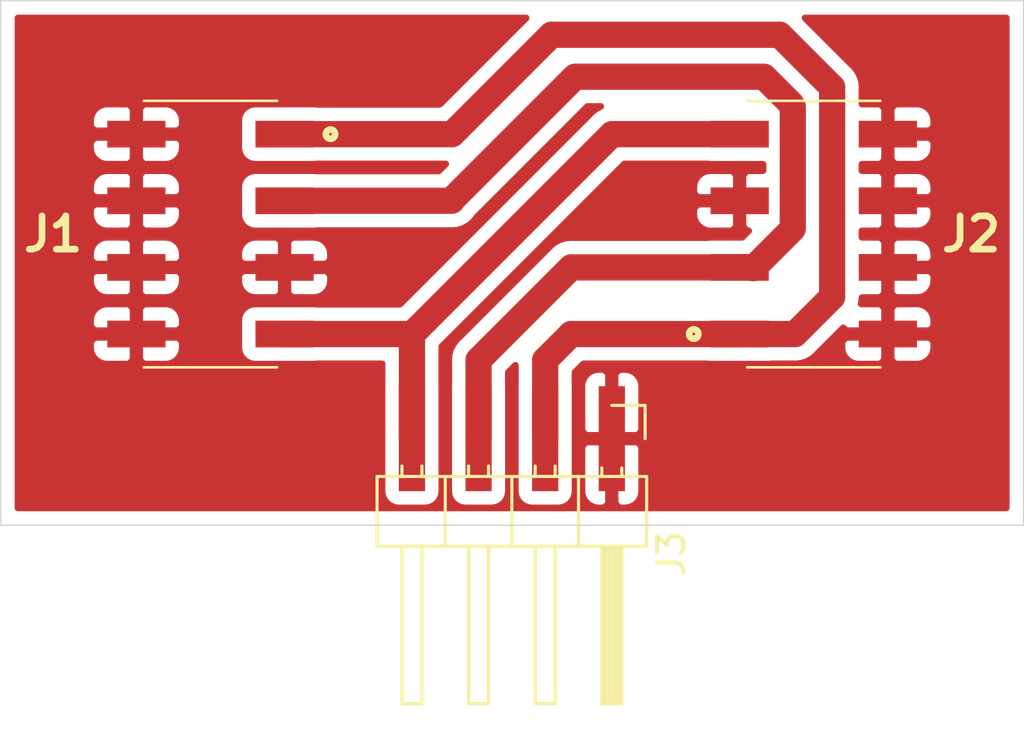
<source format=kicad_pcb>
(kicad_pcb (version 20171130) (host pcbnew "(5.1.6)-1")

  (general
    (thickness 1.6)
    (drawings 8)
    (tracks 25)
    (zones 0)
    (modules 3)
    (nets 5)
  )

  (page A4)
  (layers
    (0 F.Cu signal)
    (31 B.Cu signal)
    (32 B.Adhes user)
    (33 F.Adhes user)
    (34 B.Paste user)
    (35 F.Paste user)
    (36 B.SilkS user)
    (37 F.SilkS user)
    (38 B.Mask user)
    (39 F.Mask user)
    (40 Dwgs.User user)
    (41 Cmts.User user)
    (42 Eco1.User user)
    (43 Eco2.User user hide)
    (44 Edge.Cuts user)
    (45 Margin user)
    (46 B.CrtYd user)
    (47 F.CrtYd user)
    (48 B.Fab user)
    (49 F.Fab user)
  )

  (setup
    (last_trace_width 1)
    (user_trace_width 1)
    (trace_clearance 0.2)
    (zone_clearance 0.508)
    (zone_45_only no)
    (trace_min 0.2)
    (via_size 0.8)
    (via_drill 0.4)
    (via_min_size 0.4)
    (via_min_drill 0.3)
    (uvia_size 0.3)
    (uvia_drill 0.1)
    (uvias_allowed no)
    (uvia_min_size 0.2)
    (uvia_min_drill 0.1)
    (edge_width 0.05)
    (segment_width 0.2)
    (pcb_text_width 0.3)
    (pcb_text_size 1.5 1.5)
    (mod_edge_width 0.12)
    (mod_text_size 1 1)
    (mod_text_width 0.15)
    (pad_size 4 1)
    (pad_drill 0)
    (pad_to_mask_clearance 0.05)
    (aux_axis_origin 0 0)
    (visible_elements 7FFFFFFF)
    (pcbplotparams
      (layerselection 0x00000_7fffffff)
      (usegerberextensions false)
      (usegerberattributes true)
      (usegerberadvancedattributes true)
      (creategerberjobfile true)
      (excludeedgelayer false)
      (linewidth 0.100000)
      (plotframeref false)
      (viasonmask false)
      (mode 1)
      (useauxorigin false)
      (hpglpennumber 1)
      (hpglpenspeed 20)
      (hpglpendiameter 15.000000)
      (psnegative true)
      (psa4output false)
      (plotreference false)
      (plotvalue false)
      (plotinvisibletext false)
      (padsonsilk true)
      (subtractmaskfromsilk false)
      (outputformat 4)
      (mirror false)
      (drillshape 0)
      (scaleselection 1)
      (outputdirectory ""))
  )

  (net 0 "")
  (net 1 GND)
  (net 2 +3V3)
  (net 3 SDA)
  (net 4 SCL)

  (net_class Default "This is the default net class."
    (clearance 0.2)
    (trace_width 0.25)
    (via_dia 0.8)
    (via_drill 0.4)
    (uvia_dia 0.3)
    (uvia_drill 0.1)
    (add_net +3V3)
    (add_net GND)
    (add_net SCL)
    (add_net SDA)
  )

  (module Connector_PinHeader_2.54mm:PinHeader_1x04_P2.54mm_Horizontal (layer F.Cu) (tedit 5F457E4E) (tstamp 5F527B37)
    (at 124.3 106.7 270)
    (descr "Through hole angled pin header, 1x04, 2.54mm pitch, 6mm pin length, single row")
    (tags "Through hole angled pin header THT 1x04 2.54mm single row")
    (path /5F3FB2B7)
    (fp_text reference J3 (at 4.385 -2.27 90) (layer F.SilkS)
      (effects (font (size 1 1) (thickness 0.15)))
    )
    (fp_text value Conn_01x04_Male (at 4.385 9.89 90) (layer F.Fab)
      (effects (font (size 1 1) (thickness 0.15)))
    )
    (fp_line (start 2.135 -1.27) (end 4.04 -1.27) (layer F.Fab) (width 0.1))
    (fp_line (start 4.04 -1.27) (end 4.04 8.89) (layer F.Fab) (width 0.1))
    (fp_line (start 4.04 8.89) (end 1.5 8.89) (layer F.Fab) (width 0.1))
    (fp_line (start 1.5 8.89) (end 1.5 -0.635) (layer F.Fab) (width 0.1))
    (fp_line (start 1.5 -0.635) (end 2.135 -1.27) (layer F.Fab) (width 0.1))
    (fp_line (start -0.32 -0.32) (end 1.5 -0.32) (layer F.Fab) (width 0.1))
    (fp_line (start -0.32 -0.32) (end -0.32 0.32) (layer F.Fab) (width 0.1))
    (fp_line (start -0.32 0.32) (end 1.5 0.32) (layer F.Fab) (width 0.1))
    (fp_line (start 4.04 -0.32) (end 10.04 -0.32) (layer F.Fab) (width 0.1))
    (fp_line (start 10.04 -0.32) (end 10.04 0.32) (layer F.Fab) (width 0.1))
    (fp_line (start 4.04 0.32) (end 10.04 0.32) (layer F.Fab) (width 0.1))
    (fp_line (start -0.32 2.22) (end 1.5 2.22) (layer F.Fab) (width 0.1))
    (fp_line (start -0.32 2.22) (end -0.32 2.86) (layer F.Fab) (width 0.1))
    (fp_line (start -0.32 2.86) (end 1.5 2.86) (layer F.Fab) (width 0.1))
    (fp_line (start 4.04 2.22) (end 10.04 2.22) (layer F.Fab) (width 0.1))
    (fp_line (start 10.04 2.22) (end 10.04 2.86) (layer F.Fab) (width 0.1))
    (fp_line (start 4.04 2.86) (end 10.04 2.86) (layer F.Fab) (width 0.1))
    (fp_line (start -0.32 4.76) (end 1.5 4.76) (layer F.Fab) (width 0.1))
    (fp_line (start -0.32 4.76) (end -0.32 5.4) (layer F.Fab) (width 0.1))
    (fp_line (start -0.32 5.4) (end 1.5 5.4) (layer F.Fab) (width 0.1))
    (fp_line (start 4.04 4.76) (end 10.04 4.76) (layer F.Fab) (width 0.1))
    (fp_line (start 10.04 4.76) (end 10.04 5.4) (layer F.Fab) (width 0.1))
    (fp_line (start 4.04 5.4) (end 10.04 5.4) (layer F.Fab) (width 0.1))
    (fp_line (start -0.32 7.3) (end 1.5 7.3) (layer F.Fab) (width 0.1))
    (fp_line (start -0.32 7.3) (end -0.32 7.94) (layer F.Fab) (width 0.1))
    (fp_line (start -0.32 7.94) (end 1.5 7.94) (layer F.Fab) (width 0.1))
    (fp_line (start 4.04 7.3) (end 10.04 7.3) (layer F.Fab) (width 0.1))
    (fp_line (start 10.04 7.3) (end 10.04 7.94) (layer F.Fab) (width 0.1))
    (fp_line (start 4.04 7.94) (end 10.04 7.94) (layer F.Fab) (width 0.1))
    (fp_line (start 1.44 -1.33) (end 1.44 8.95) (layer F.SilkS) (width 0.12))
    (fp_line (start 1.44 8.95) (end 4.1 8.95) (layer F.SilkS) (width 0.12))
    (fp_line (start 4.1 8.95) (end 4.1 -1.33) (layer F.SilkS) (width 0.12))
    (fp_line (start 4.1 -1.33) (end 1.44 -1.33) (layer F.SilkS) (width 0.12))
    (fp_line (start 4.1 -0.38) (end 10.1 -0.38) (layer F.SilkS) (width 0.12))
    (fp_line (start 10.1 -0.38) (end 10.1 0.38) (layer F.SilkS) (width 0.12))
    (fp_line (start 10.1 0.38) (end 4.1 0.38) (layer F.SilkS) (width 0.12))
    (fp_line (start 4.1 -0.32) (end 10.1 -0.32) (layer F.SilkS) (width 0.12))
    (fp_line (start 4.1 -0.2) (end 10.1 -0.2) (layer F.SilkS) (width 0.12))
    (fp_line (start 4.1 -0.08) (end 10.1 -0.08) (layer F.SilkS) (width 0.12))
    (fp_line (start 4.1 0.04) (end 10.1 0.04) (layer F.SilkS) (width 0.12))
    (fp_line (start 4.1 0.16) (end 10.1 0.16) (layer F.SilkS) (width 0.12))
    (fp_line (start 4.1 0.28) (end 10.1 0.28) (layer F.SilkS) (width 0.12))
    (fp_line (start 1.11 -0.38) (end 1.44 -0.38) (layer F.SilkS) (width 0.12))
    (fp_line (start 1.11 0.38) (end 1.44 0.38) (layer F.SilkS) (width 0.12))
    (fp_line (start 1.44 1.27) (end 4.1 1.27) (layer F.SilkS) (width 0.12))
    (fp_line (start 4.1 2.16) (end 10.1 2.16) (layer F.SilkS) (width 0.12))
    (fp_line (start 10.1 2.16) (end 10.1 2.92) (layer F.SilkS) (width 0.12))
    (fp_line (start 10.1 2.92) (end 4.1 2.92) (layer F.SilkS) (width 0.12))
    (fp_line (start 1.042929 2.16) (end 1.44 2.16) (layer F.SilkS) (width 0.12))
    (fp_line (start 1.042929 2.92) (end 1.44 2.92) (layer F.SilkS) (width 0.12))
    (fp_line (start 1.44 3.81) (end 4.1 3.81) (layer F.SilkS) (width 0.12))
    (fp_line (start 4.1 4.7) (end 10.1 4.7) (layer F.SilkS) (width 0.12))
    (fp_line (start 10.1 4.7) (end 10.1 5.46) (layer F.SilkS) (width 0.12))
    (fp_line (start 10.1 5.46) (end 4.1 5.46) (layer F.SilkS) (width 0.12))
    (fp_line (start 1.042929 4.7) (end 1.44 4.7) (layer F.SilkS) (width 0.12))
    (fp_line (start 1.042929 5.46) (end 1.44 5.46) (layer F.SilkS) (width 0.12))
    (fp_line (start 1.44 6.35) (end 4.1 6.35) (layer F.SilkS) (width 0.12))
    (fp_line (start 4.1 7.24) (end 10.1 7.24) (layer F.SilkS) (width 0.12))
    (fp_line (start 10.1 7.24) (end 10.1 8) (layer F.SilkS) (width 0.12))
    (fp_line (start 10.1 8) (end 4.1 8) (layer F.SilkS) (width 0.12))
    (fp_line (start 1.042929 7.24) (end 1.44 7.24) (layer F.SilkS) (width 0.12))
    (fp_line (start 1.042929 8) (end 1.44 8) (layer F.SilkS) (width 0.12))
    (fp_line (start -1.27 0) (end -1.27 -1.27) (layer F.SilkS) (width 0.12))
    (fp_line (start -1.27 -1.27) (end 0 -1.27) (layer F.SilkS) (width 0.12))
    (fp_line (start -1.8 -1.8) (end -1.8 9.4) (layer F.CrtYd) (width 0.05))
    (fp_line (start -1.8 9.4) (end 10.55 9.4) (layer F.CrtYd) (width 0.05))
    (fp_line (start 10.55 9.4) (end 10.55 -1.8) (layer F.CrtYd) (width 0.05))
    (fp_line (start 10.55 -1.8) (end -1.8 -1.8) (layer F.CrtYd) (width 0.05))
    (fp_text user %R (at 2.77 3.81) (layer F.Fab)
      (effects (font (size 1 1) (thickness 0.15)))
    )
    (pad 1 smd rect (at 0 0 270) (size 4 1) (layers F.Cu F.Paste F.Mask)
      (net 1 GND))
    (pad 2 smd rect (at 0 2.54 270) (size 4 1) (layers F.Cu F.Paste F.Mask)
      (net 3 SDA))
    (pad 3 smd rect (at 0 5.08 270) (size 4 1) (layers F.Cu F.Paste F.Mask)
      (net 4 SCL))
    (pad 4 smd rect (at 0 7.62 270) (size 4 1) (layers F.Cu F.Paste F.Mask)
      (net 2 +3V3))
    (model ${KISYS3DMOD}/Connector_PinHeader_2.54mm.3dshapes/PinHeader_1x04_P2.54mm_Horizontal.wrl
      (at (xyz 0 0 0))
      (scale (xyz 1 1 1))
      (rotate (xyz 0 0 0))
    )
  )

  (module SamacSys_Parts:SSM-104-XXX-DV (layer F.Cu) (tedit 5F416A4A) (tstamp 5F5298A7)
    (at 132 98.9 270)
    (descr SSM-104-XXX-DV)
    (tags Connector)
    (path /5F3F7DBB)
    (attr smd)
    (fp_text reference J2 (at 0 -6 180) (layer F.SilkS)
      (effects (font (size 1.27 1.27) (thickness 0.254)))
    )
    (fp_text value M20-8770642R (at 0 7 90) (layer F.SilkS) hide
      (effects (font (size 1.27 1.27) (thickness 0.254)))
    )
    (fp_circle (center 3.81 4.575) (end 3.76 4.575) (layer F.SilkS) (width 0.254))
    (fp_line (start -6.28 5.675) (end -6.28 -4.935) (layer Dwgs.User) (width 0.05))
    (fp_line (start 6.28 5.675) (end -6.28 5.675) (layer Dwgs.User) (width 0.05))
    (fp_line (start 6.28 -4.935) (end 6.28 5.675) (layer Dwgs.User) (width 0.05))
    (fp_line (start -6.28 -4.935) (end 6.28 -4.935) (layer Dwgs.User) (width 0.05))
    (fp_line (start -5.08 2.54) (end -5.08 -2.54) (layer F.SilkS) (width 0.1))
    (fp_line (start 5.08 -2.54) (end 5.08 2.54) (layer F.SilkS) (width 0.1))
    (fp_line (start -5.08 2.54) (end -5.08 -2.54) (layer Dwgs.User) (width 0.2))
    (fp_line (start 5.08 2.54) (end -5.08 2.54) (layer Dwgs.User) (width 0.2))
    (fp_line (start 5.08 -2.54) (end 5.08 2.54) (layer Dwgs.User) (width 0.2))
    (fp_line (start -5.08 -2.54) (end 5.08 -2.54) (layer Dwgs.User) (width 0.2))
    (pad 1 smd rect (at 3.81 2.825 270) (size 1.02 2.22) (layers F.Cu F.Paste F.Mask)
      (net 3 SDA))
    (pad 2 smd rect (at 3.81 -2.825 270) (size 1.02 2.22) (layers F.Cu F.Paste F.Mask)
      (net 1 GND))
    (pad 3 smd rect (at 1.27 2.825 270) (size 1.02 2.22) (layers F.Cu F.Paste F.Mask)
      (net 4 SCL))
    (pad 4 smd rect (at 1.27 -2.825 270) (size 1.02 2.22) (layers F.Cu F.Paste F.Mask)
      (net 1 GND))
    (pad 5 smd rect (at -1.27 2.825 270) (size 1.02 2.22) (layers F.Cu F.Paste F.Mask)
      (net 1 GND))
    (pad 6 smd rect (at -1.27 -2.825 270) (size 1.02 2.22) (layers F.Cu F.Paste F.Mask)
      (net 1 GND))
    (pad 7 smd rect (at -3.81 2.825 270) (size 1.02 2.22) (layers F.Cu F.Paste F.Mask)
      (net 2 +3V3))
    (pad 8 smd rect (at -3.81 -2.825 270) (size 1.02 2.22) (layers F.Cu F.Paste F.Mask)
      (net 1 GND))
  )

  (module SamacSys_Parts:SSM-104-XXX-DV (layer F.Cu) (tedit 5F416A4A) (tstamp 5F529865)
    (at 109 98.9 90)
    (descr SSM-104-XXX-DV)
    (tags Connector)
    (path /5F3F66CD)
    (attr smd)
    (fp_text reference J1 (at 0 -6 180) (layer F.SilkS)
      (effects (font (size 1.27 1.27) (thickness 0.254)))
    )
    (fp_text value M20-8770642R (at 0 7 90) (layer F.SilkS) hide
      (effects (font (size 1.27 1.27) (thickness 0.254)))
    )
    (fp_circle (center 3.81 4.575) (end 3.76 4.575) (layer F.SilkS) (width 0.254))
    (fp_line (start -6.28 5.675) (end -6.28 -4.935) (layer Dwgs.User) (width 0.05))
    (fp_line (start 6.28 5.675) (end -6.28 5.675) (layer Dwgs.User) (width 0.05))
    (fp_line (start 6.28 -4.935) (end 6.28 5.675) (layer Dwgs.User) (width 0.05))
    (fp_line (start -6.28 -4.935) (end 6.28 -4.935) (layer Dwgs.User) (width 0.05))
    (fp_line (start -5.08 2.54) (end -5.08 -2.54) (layer F.SilkS) (width 0.1))
    (fp_line (start 5.08 -2.54) (end 5.08 2.54) (layer F.SilkS) (width 0.1))
    (fp_line (start -5.08 2.54) (end -5.08 -2.54) (layer Dwgs.User) (width 0.2))
    (fp_line (start 5.08 2.54) (end -5.08 2.54) (layer Dwgs.User) (width 0.2))
    (fp_line (start 5.08 -2.54) (end 5.08 2.54) (layer Dwgs.User) (width 0.2))
    (fp_line (start -5.08 -2.54) (end 5.08 -2.54) (layer Dwgs.User) (width 0.2))
    (pad 1 smd rect (at 3.81 2.825 90) (size 1.02 2.22) (layers F.Cu F.Paste F.Mask)
      (net 3 SDA))
    (pad 2 smd rect (at 3.81 -2.825 90) (size 1.02 2.22) (layers F.Cu F.Paste F.Mask)
      (net 1 GND))
    (pad 3 smd rect (at 1.27 2.825 90) (size 1.02 2.22) (layers F.Cu F.Paste F.Mask)
      (net 4 SCL))
    (pad 4 smd rect (at 1.27 -2.825 90) (size 1.02 2.22) (layers F.Cu F.Paste F.Mask)
      (net 1 GND))
    (pad 5 smd rect (at -1.27 2.825 90) (size 1.02 2.22) (layers F.Cu F.Paste F.Mask)
      (net 1 GND))
    (pad 6 smd rect (at -1.27 -2.825 90) (size 1.02 2.22) (layers F.Cu F.Paste F.Mask)
      (net 1 GND))
    (pad 7 smd rect (at -3.81 2.825 90) (size 1.02 2.22) (layers F.Cu F.Paste F.Mask)
      (net 2 +3V3))
    (pad 8 smd rect (at -3.81 -2.825 90) (size 1.02 2.22) (layers F.Cu F.Paste F.Mask)
      (net 1 GND))
  )

  (gr_line (start 101 110) (end 101 90) (layer Edge.Cuts) (width 0.05) (tstamp 5F60FFDF))
  (gr_line (start 140 110) (end 101 110) (layer Edge.Cuts) (width 0.05))
  (gr_line (start 140 90) (end 140 110) (layer Edge.Cuts) (width 0.05))
  (gr_line (start 101 90) (end 140 90) (layer Edge.Cuts) (width 0.05))
  (gr_line (start 175 159) (end 175 64) (layer Eco2.User) (width 0.15) (tstamp 5F4867BB))
  (gr_line (start 110 159) (end 175 159) (layer Eco2.User) (width 0.15))
  (gr_line (start 110 64) (end 110 159) (layer Eco2.User) (width 0.15))
  (gr_line (start 175 64) (end 110 64) (layer Eco2.User) (width 0.15))

  (segment (start 111.825 102.71) (end 116.69 102.71) (width 1) (layer F.Cu) (net 2))
  (segment (start 116.68 102.72) (end 116.68 106.7) (width 1) (layer F.Cu) (net 2))
  (segment (start 116.69 102.71) (end 116.68 102.72) (width 1) (layer F.Cu) (net 2))
  (segment (start 124.31 95.09) (end 116.69 102.71) (width 1) (layer F.Cu) (net 2))
  (segment (start 129.175 95.09) (end 124.31 95.09) (width 1) (layer F.Cu) (net 2))
  (segment (start 122.75 102.71) (end 129.175 102.71) (width 1) (layer F.Cu) (net 3))
  (segment (start 121.76 103.7) (end 122.75 102.71) (width 1) (layer F.Cu) (net 3))
  (segment (start 121.76 106.7) (end 121.76 103.7) (width 1) (layer F.Cu) (net 3))
  (segment (start 131.285 102.71) (end 132.7 101.295) (width 1) (layer F.Cu) (net 3))
  (segment (start 129.175 102.71) (end 131.285 102.71) (width 1) (layer F.Cu) (net 3))
  (segment (start 132.7 101.295) (end 132.7 93.3) (width 1) (layer F.Cu) (net 3))
  (segment (start 132.7 93.3) (end 130.7 91.3) (width 1) (layer F.Cu) (net 3))
  (segment (start 130.7 91.3) (end 122 91.3) (width 1) (layer F.Cu) (net 3))
  (segment (start 118.21 95.09) (end 111.825 95.09) (width 1) (layer F.Cu) (net 3))
  (segment (start 122 91.3) (end 118.21 95.09) (width 1) (layer F.Cu) (net 3))
  (segment (start 119.22 103.7) (end 122.75 100.17) (width 1) (layer F.Cu) (net 4))
  (segment (start 122.75 100.17) (end 129.175 100.17) (width 1) (layer F.Cu) (net 4))
  (segment (start 119.22 106.7) (end 119.22 103.7) (width 1) (layer F.Cu) (net 4))
  (segment (start 129.7 100.2) (end 131.184998 98.715002) (width 1) (layer F.Cu) (net 4))
  (segment (start 129.175 100.17) (end 129.515002 100.17) (width 1) (layer F.Cu) (net 4))
  (segment (start 131.134998 93.934998) (end 130.1 92.9) (width 1) (layer F.Cu) (net 4))
  (segment (start 131.2 98.685002) (end 131.2 94.034998) (width 1) (layer F.Cu) (net 4))
  (segment (start 129.965002 92.9) (end 123 92.9) (width 1) (layer F.Cu) (net 4))
  (segment (start 118.2 97.63) (end 111.655 97.63) (width 1) (layer F.Cu) (net 4))
  (segment (start 122.9 92.9) (end 118.27 97.53) (width 1) (layer F.Cu) (net 4))

  (zone (net 1) (net_name GND) (layer F.Cu) (tstamp 0) (hatch edge 0.508)
    (connect_pads (clearance 0.508))
    (min_thickness 0.254)
    (fill yes (arc_segments 32) (thermal_gap 0.508) (thermal_bridge_width 0.508))
    (polygon
      (pts
        (xy 140 110) (xy 101 110) (xy 101 90) (xy 140 90)
      )
    )
    (filled_polygon
      (pts
        (xy 117.739869 93.955) (xy 113.062159 93.955) (xy 113.059482 93.954188) (xy 112.935 93.941928) (xy 110.715 93.941928)
        (xy 110.590518 93.954188) (xy 110.47082 93.990498) (xy 110.360506 94.049463) (xy 110.263815 94.128815) (xy 110.184463 94.225506)
        (xy 110.125498 94.33582) (xy 110.089188 94.455518) (xy 110.076928 94.58) (xy 110.076928 95.6) (xy 110.089188 95.724482)
        (xy 110.125498 95.84418) (xy 110.184463 95.954494) (xy 110.263815 96.051185) (xy 110.360506 96.130537) (xy 110.47082 96.189502)
        (xy 110.590518 96.225812) (xy 110.715 96.238072) (xy 112.935 96.238072) (xy 113.059482 96.225812) (xy 113.062159 96.225)
        (xy 117.969869 96.225) (xy 117.699869 96.495) (xy 113.062159 96.495) (xy 113.059482 96.494188) (xy 112.935 96.481928)
        (xy 110.715 96.481928) (xy 110.590518 96.494188) (xy 110.47082 96.530498) (xy 110.360506 96.589463) (xy 110.263815 96.668815)
        (xy 110.184463 96.765506) (xy 110.125498 96.87582) (xy 110.089188 96.995518) (xy 110.076928 97.12) (xy 110.076928 98.14)
        (xy 110.089188 98.264482) (xy 110.125498 98.38418) (xy 110.184463 98.494494) (xy 110.263815 98.591185) (xy 110.360506 98.670537)
        (xy 110.47082 98.729502) (xy 110.590518 98.765812) (xy 110.715 98.778072) (xy 112.935 98.778072) (xy 113.059482 98.765812)
        (xy 113.062159 98.765) (xy 118.255752 98.765) (xy 118.422499 98.748577) (xy 118.636447 98.683676) (xy 118.833623 98.578284)
        (xy 119.006449 98.436449) (xy 119.148284 98.263623) (xy 119.156065 98.249066) (xy 123.370132 94.035) (xy 123.877918 94.035)
        (xy 123.873553 94.036324) (xy 123.676377 94.141716) (xy 123.503551 94.283551) (xy 123.468011 94.326857) (xy 116.219869 101.575)
        (xy 113.062159 101.575) (xy 113.059482 101.574188) (xy 112.935 101.561928) (xy 110.715 101.561928) (xy 110.590518 101.574188)
        (xy 110.47082 101.610498) (xy 110.360506 101.669463) (xy 110.263815 101.748815) (xy 110.184463 101.845506) (xy 110.125498 101.95582)
        (xy 110.089188 102.075518) (xy 110.076928 102.2) (xy 110.076928 103.22) (xy 110.089188 103.344482) (xy 110.125498 103.46418)
        (xy 110.184463 103.574494) (xy 110.263815 103.671185) (xy 110.360506 103.750537) (xy 110.47082 103.809502) (xy 110.590518 103.845812)
        (xy 110.715 103.858072) (xy 112.935 103.858072) (xy 113.059482 103.845812) (xy 113.062159 103.845) (xy 115.545 103.845)
        (xy 115.545 104.668803) (xy 115.541928 104.7) (xy 115.541928 108.7) (xy 115.554188 108.824482) (xy 115.590498 108.94418)
        (xy 115.649463 109.054494) (xy 115.728815 109.151185) (xy 115.825506 109.230537) (xy 115.93582 109.289502) (xy 116.055518 109.325812)
        (xy 116.18 109.338072) (xy 117.18 109.338072) (xy 117.304482 109.325812) (xy 117.42418 109.289502) (xy 117.534494 109.230537)
        (xy 117.631185 109.151185) (xy 117.710537 109.054494) (xy 117.769502 108.94418) (xy 117.805812 108.824482) (xy 117.818072 108.7)
        (xy 117.818072 104.7) (xy 117.815 104.668808) (xy 117.815 103.190131) (xy 122.865131 98.14) (xy 127.426928 98.14)
        (xy 127.439188 98.264482) (xy 127.475498 98.38418) (xy 127.534463 98.494494) (xy 127.613815 98.591185) (xy 127.710506 98.670537)
        (xy 127.82082 98.729502) (xy 127.940518 98.765812) (xy 128.065 98.778072) (xy 128.88925 98.775) (xy 129.048 98.61625)
        (xy 129.048 97.757) (xy 127.58875 97.757) (xy 127.43 97.91575) (xy 127.426928 98.14) (xy 122.865131 98.14)
        (xy 123.885131 97.12) (xy 127.426928 97.12) (xy 127.43 97.34425) (xy 127.58875 97.503) (xy 129.048 97.503)
        (xy 129.048 96.64375) (xy 128.88925 96.485) (xy 128.065 96.481928) (xy 127.940518 96.494188) (xy 127.82082 96.530498)
        (xy 127.710506 96.589463) (xy 127.613815 96.668815) (xy 127.534463 96.765506) (xy 127.475498 96.87582) (xy 127.439188 96.995518)
        (xy 127.426928 97.12) (xy 123.885131 97.12) (xy 124.780132 96.225) (xy 127.937841 96.225) (xy 127.940518 96.225812)
        (xy 128.065 96.238072) (xy 130.065001 96.238072) (xy 130.065 96.482748) (xy 129.46075 96.485) (xy 129.302 96.64375)
        (xy 129.302 97.503) (xy 129.322 97.503) (xy 129.322 97.757) (xy 129.302 97.757) (xy 129.302 98.61625)
        (xy 129.46075 98.775) (xy 129.519649 98.77522) (xy 129.272941 99.021928) (xy 128.065 99.021928) (xy 127.940518 99.034188)
        (xy 127.937841 99.035) (xy 122.805752 99.035) (xy 122.75 99.029509) (xy 122.694248 99.035) (xy 122.527501 99.051423)
        (xy 122.313553 99.116324) (xy 122.116377 99.221716) (xy 121.943551 99.363551) (xy 121.908009 99.406859) (xy 118.45686 102.858009)
        (xy 118.413552 102.893551) (xy 118.271717 103.066377) (xy 118.215384 103.17177) (xy 118.166324 103.263554) (xy 118.101423 103.477502)
        (xy 118.079509 103.7) (xy 118.085001 103.755761) (xy 118.085001 104.668802) (xy 118.081928 104.7) (xy 118.081928 108.7)
        (xy 118.094188 108.824482) (xy 118.130498 108.94418) (xy 118.189463 109.054494) (xy 118.268815 109.151185) (xy 118.365506 109.230537)
        (xy 118.47582 109.289502) (xy 118.595518 109.325812) (xy 118.72 109.338072) (xy 119.72 109.338072) (xy 119.844482 109.325812)
        (xy 119.96418 109.289502) (xy 120.074494 109.230537) (xy 120.171185 109.151185) (xy 120.250537 109.054494) (xy 120.309502 108.94418)
        (xy 120.345812 108.824482) (xy 120.358072 108.7) (xy 120.358072 104.7) (xy 120.355 104.668808) (xy 120.355 104.170131)
        (xy 120.625001 103.90013) (xy 120.625001 104.668802) (xy 120.621928 104.7) (xy 120.621928 108.7) (xy 120.634188 108.824482)
        (xy 120.670498 108.94418) (xy 120.729463 109.054494) (xy 120.808815 109.151185) (xy 120.905506 109.230537) (xy 121.01582 109.289502)
        (xy 121.135518 109.325812) (xy 121.26 109.338072) (xy 122.26 109.338072) (xy 122.384482 109.325812) (xy 122.50418 109.289502)
        (xy 122.614494 109.230537) (xy 122.711185 109.151185) (xy 122.790537 109.054494) (xy 122.849502 108.94418) (xy 122.885812 108.824482)
        (xy 122.898072 108.7) (xy 123.161928 108.7) (xy 123.174188 108.824482) (xy 123.210498 108.94418) (xy 123.269463 109.054494)
        (xy 123.348815 109.151185) (xy 123.445506 109.230537) (xy 123.55582 109.289502) (xy 123.675518 109.325812) (xy 123.8 109.338072)
        (xy 124.01425 109.335) (xy 124.173 109.17625) (xy 124.173 106.827) (xy 124.427 106.827) (xy 124.427 109.17625)
        (xy 124.58575 109.335) (xy 124.8 109.338072) (xy 124.924482 109.325812) (xy 125.04418 109.289502) (xy 125.154494 109.230537)
        (xy 125.251185 109.151185) (xy 125.330537 109.054494) (xy 125.389502 108.94418) (xy 125.425812 108.824482) (xy 125.438072 108.7)
        (xy 125.435 106.98575) (xy 125.27625 106.827) (xy 124.427 106.827) (xy 124.173 106.827) (xy 123.32375 106.827)
        (xy 123.165 106.98575) (xy 123.161928 108.7) (xy 122.898072 108.7) (xy 122.898072 104.7) (xy 123.161928 104.7)
        (xy 123.165 106.41425) (xy 123.32375 106.573) (xy 124.173 106.573) (xy 124.173 104.22375) (xy 124.427 104.22375)
        (xy 124.427 106.573) (xy 125.27625 106.573) (xy 125.435 106.41425) (xy 125.438072 104.7) (xy 125.425812 104.575518)
        (xy 125.389502 104.45582) (xy 125.330537 104.345506) (xy 125.251185 104.248815) (xy 125.154494 104.169463) (xy 125.04418 104.110498)
        (xy 124.924482 104.074188) (xy 124.8 104.061928) (xy 124.58575 104.065) (xy 124.427 104.22375) (xy 124.173 104.22375)
        (xy 124.01425 104.065) (xy 123.8 104.061928) (xy 123.675518 104.074188) (xy 123.55582 104.110498) (xy 123.445506 104.169463)
        (xy 123.348815 104.248815) (xy 123.269463 104.345506) (xy 123.210498 104.45582) (xy 123.174188 104.575518) (xy 123.161928 104.7)
        (xy 122.898072 104.7) (xy 122.895 104.668808) (xy 122.895 104.170131) (xy 123.220132 103.845) (xy 127.937841 103.845)
        (xy 127.940518 103.845812) (xy 128.065 103.858072) (xy 130.285 103.858072) (xy 130.409482 103.845812) (xy 130.412159 103.845)
        (xy 131.229249 103.845) (xy 131.285 103.850491) (xy 131.340751 103.845) (xy 131.340752 103.845) (xy 131.507499 103.828577)
        (xy 131.721447 103.763676) (xy 131.918623 103.658284) (xy 132.091449 103.516449) (xy 132.126996 103.473135) (xy 132.380131 103.22)
        (xy 133.076928 103.22) (xy 133.089188 103.344482) (xy 133.125498 103.46418) (xy 133.184463 103.574494) (xy 133.263815 103.671185)
        (xy 133.360506 103.750537) (xy 133.47082 103.809502) (xy 133.590518 103.845812) (xy 133.715 103.858072) (xy 134.53925 103.855)
        (xy 134.698 103.69625) (xy 134.698 102.837) (xy 134.952 102.837) (xy 134.952 103.69625) (xy 135.11075 103.855)
        (xy 135.935 103.858072) (xy 136.059482 103.845812) (xy 136.17918 103.809502) (xy 136.289494 103.750537) (xy 136.386185 103.671185)
        (xy 136.465537 103.574494) (xy 136.524502 103.46418) (xy 136.560812 103.344482) (xy 136.573072 103.22) (xy 136.57 102.99575)
        (xy 136.41125 102.837) (xy 134.952 102.837) (xy 134.698 102.837) (xy 133.23875 102.837) (xy 133.08 102.99575)
        (xy 133.076928 103.22) (xy 132.380131 103.22) (xy 133.127941 102.472191) (xy 133.23875 102.583) (xy 134.698 102.583)
        (xy 134.698 101.72375) (xy 134.952 101.72375) (xy 134.952 102.583) (xy 136.41125 102.583) (xy 136.57 102.42425)
        (xy 136.573072 102.2) (xy 136.560812 102.075518) (xy 136.524502 101.95582) (xy 136.465537 101.845506) (xy 136.386185 101.748815)
        (xy 136.289494 101.669463) (xy 136.17918 101.610498) (xy 136.059482 101.574188) (xy 135.935 101.561928) (xy 135.11075 101.565)
        (xy 134.952 101.72375) (xy 134.698 101.72375) (xy 134.53925 101.565) (xy 133.804998 101.562263) (xy 133.818577 101.5175)
        (xy 133.820644 101.496507) (xy 133.835 101.350752) (xy 133.835 101.350745) (xy 133.838263 101.317613) (xy 134.53925 101.315)
        (xy 134.698 101.15625) (xy 134.698 100.297) (xy 134.952 100.297) (xy 134.952 101.15625) (xy 135.11075 101.315)
        (xy 135.935 101.318072) (xy 136.059482 101.305812) (xy 136.17918 101.269502) (xy 136.289494 101.210537) (xy 136.386185 101.131185)
        (xy 136.465537 101.034494) (xy 136.524502 100.92418) (xy 136.560812 100.804482) (xy 136.573072 100.68) (xy 136.57 100.45575)
        (xy 136.41125 100.297) (xy 134.952 100.297) (xy 134.698 100.297) (xy 134.678 100.297) (xy 134.678 100.043)
        (xy 134.698 100.043) (xy 134.698 99.18375) (xy 134.952 99.18375) (xy 134.952 100.043) (xy 136.41125 100.043)
        (xy 136.57 99.88425) (xy 136.573072 99.66) (xy 136.560812 99.535518) (xy 136.524502 99.41582) (xy 136.465537 99.305506)
        (xy 136.386185 99.208815) (xy 136.289494 99.129463) (xy 136.17918 99.070498) (xy 136.059482 99.034188) (xy 135.935 99.021928)
        (xy 135.11075 99.025) (xy 134.952 99.18375) (xy 134.698 99.18375) (xy 134.53925 99.025) (xy 133.835 99.022375)
        (xy 133.835 98.777625) (xy 134.53925 98.775) (xy 134.698 98.61625) (xy 134.698 97.757) (xy 134.952 97.757)
        (xy 134.952 98.61625) (xy 135.11075 98.775) (xy 135.935 98.778072) (xy 136.059482 98.765812) (xy 136.17918 98.729502)
        (xy 136.289494 98.670537) (xy 136.386185 98.591185) (xy 136.465537 98.494494) (xy 136.524502 98.38418) (xy 136.560812 98.264482)
        (xy 136.573072 98.14) (xy 136.57 97.91575) (xy 136.41125 97.757) (xy 134.952 97.757) (xy 134.698 97.757)
        (xy 134.678 97.757) (xy 134.678 97.503) (xy 134.698 97.503) (xy 134.698 96.64375) (xy 134.952 96.64375)
        (xy 134.952 97.503) (xy 136.41125 97.503) (xy 136.57 97.34425) (xy 136.573072 97.12) (xy 136.560812 96.995518)
        (xy 136.524502 96.87582) (xy 136.465537 96.765506) (xy 136.386185 96.668815) (xy 136.289494 96.589463) (xy 136.17918 96.530498)
        (xy 136.059482 96.494188) (xy 135.935 96.481928) (xy 135.11075 96.485) (xy 134.952 96.64375) (xy 134.698 96.64375)
        (xy 134.53925 96.485) (xy 133.835 96.482375) (xy 133.835 96.237625) (xy 134.53925 96.235) (xy 134.698 96.07625)
        (xy 134.698 95.217) (xy 134.952 95.217) (xy 134.952 96.07625) (xy 135.11075 96.235) (xy 135.935 96.238072)
        (xy 136.059482 96.225812) (xy 136.17918 96.189502) (xy 136.289494 96.130537) (xy 136.386185 96.051185) (xy 136.465537 95.954494)
        (xy 136.524502 95.84418) (xy 136.560812 95.724482) (xy 136.573072 95.6) (xy 136.57 95.37575) (xy 136.41125 95.217)
        (xy 134.952 95.217) (xy 134.698 95.217) (xy 134.678 95.217) (xy 134.678 94.963) (xy 134.698 94.963)
        (xy 134.698 94.10375) (xy 134.952 94.10375) (xy 134.952 94.963) (xy 136.41125 94.963) (xy 136.57 94.80425)
        (xy 136.573072 94.58) (xy 136.560812 94.455518) (xy 136.524502 94.33582) (xy 136.465537 94.225506) (xy 136.386185 94.128815)
        (xy 136.289494 94.049463) (xy 136.17918 93.990498) (xy 136.059482 93.954188) (xy 135.935 93.941928) (xy 135.11075 93.945)
        (xy 134.952 94.10375) (xy 134.698 94.10375) (xy 134.53925 93.945) (xy 133.835 93.942375) (xy 133.835 93.355751)
        (xy 133.840491 93.299999) (xy 133.818577 93.0775) (xy 133.769713 92.916421) (xy 133.753676 92.863553) (xy 133.648284 92.666377)
        (xy 133.506449 92.493551) (xy 133.463141 92.458009) (xy 131.665131 90.66) (xy 139.34 90.66) (xy 139.340001 109.34)
        (xy 101.66 109.34) (xy 101.66 103.22) (xy 104.426928 103.22) (xy 104.439188 103.344482) (xy 104.475498 103.46418)
        (xy 104.534463 103.574494) (xy 104.613815 103.671185) (xy 104.710506 103.750537) (xy 104.82082 103.809502) (xy 104.940518 103.845812)
        (xy 105.065 103.858072) (xy 105.88925 103.855) (xy 106.048 103.69625) (xy 106.048 102.837) (xy 106.302 102.837)
        (xy 106.302 103.69625) (xy 106.46075 103.855) (xy 107.285 103.858072) (xy 107.409482 103.845812) (xy 107.52918 103.809502)
        (xy 107.639494 103.750537) (xy 107.736185 103.671185) (xy 107.815537 103.574494) (xy 107.874502 103.46418) (xy 107.910812 103.344482)
        (xy 107.923072 103.22) (xy 107.92 102.99575) (xy 107.76125 102.837) (xy 106.302 102.837) (xy 106.048 102.837)
        (xy 104.58875 102.837) (xy 104.43 102.99575) (xy 104.426928 103.22) (xy 101.66 103.22) (xy 101.66 102.2)
        (xy 104.426928 102.2) (xy 104.43 102.42425) (xy 104.58875 102.583) (xy 106.048 102.583) (xy 106.048 101.72375)
        (xy 106.302 101.72375) (xy 106.302 102.583) (xy 107.76125 102.583) (xy 107.92 102.42425) (xy 107.923072 102.2)
        (xy 107.910812 102.075518) (xy 107.874502 101.95582) (xy 107.815537 101.845506) (xy 107.736185 101.748815) (xy 107.639494 101.669463)
        (xy 107.52918 101.610498) (xy 107.409482 101.574188) (xy 107.285 101.561928) (xy 106.46075 101.565) (xy 106.302 101.72375)
        (xy 106.048 101.72375) (xy 105.88925 101.565) (xy 105.065 101.561928) (xy 104.940518 101.574188) (xy 104.82082 101.610498)
        (xy 104.710506 101.669463) (xy 104.613815 101.748815) (xy 104.534463 101.845506) (xy 104.475498 101.95582) (xy 104.439188 102.075518)
        (xy 104.426928 102.2) (xy 101.66 102.2) (xy 101.66 100.68) (xy 104.426928 100.68) (xy 104.439188 100.804482)
        (xy 104.475498 100.92418) (xy 104.534463 101.034494) (xy 104.613815 101.131185) (xy 104.710506 101.210537) (xy 104.82082 101.269502)
        (xy 104.940518 101.305812) (xy 105.065 101.318072) (xy 105.88925 101.315) (xy 106.048 101.15625) (xy 106.048 100.297)
        (xy 106.302 100.297) (xy 106.302 101.15625) (xy 106.46075 101.315) (xy 107.285 101.318072) (xy 107.409482 101.305812)
        (xy 107.52918 101.269502) (xy 107.639494 101.210537) (xy 107.736185 101.131185) (xy 107.815537 101.034494) (xy 107.874502 100.92418)
        (xy 107.910812 100.804482) (xy 107.923072 100.68) (xy 110.076928 100.68) (xy 110.089188 100.804482) (xy 110.125498 100.92418)
        (xy 110.184463 101.034494) (xy 110.263815 101.131185) (xy 110.360506 101.210537) (xy 110.47082 101.269502) (xy 110.590518 101.305812)
        (xy 110.715 101.318072) (xy 111.53925 101.315) (xy 111.698 101.15625) (xy 111.698 100.297) (xy 111.952 100.297)
        (xy 111.952 101.15625) (xy 112.11075 101.315) (xy 112.935 101.318072) (xy 113.059482 101.305812) (xy 113.17918 101.269502)
        (xy 113.289494 101.210537) (xy 113.386185 101.131185) (xy 113.465537 101.034494) (xy 113.524502 100.92418) (xy 113.560812 100.804482)
        (xy 113.573072 100.68) (xy 113.57 100.45575) (xy 113.41125 100.297) (xy 111.952 100.297) (xy 111.698 100.297)
        (xy 110.23875 100.297) (xy 110.08 100.45575) (xy 110.076928 100.68) (xy 107.923072 100.68) (xy 107.92 100.45575)
        (xy 107.76125 100.297) (xy 106.302 100.297) (xy 106.048 100.297) (xy 104.58875 100.297) (xy 104.43 100.45575)
        (xy 104.426928 100.68) (xy 101.66 100.68) (xy 101.66 99.66) (xy 104.426928 99.66) (xy 104.43 99.88425)
        (xy 104.58875 100.043) (xy 106.048 100.043) (xy 106.048 99.18375) (xy 106.302 99.18375) (xy 106.302 100.043)
        (xy 107.76125 100.043) (xy 107.92 99.88425) (xy 107.923072 99.66) (xy 110.076928 99.66) (xy 110.08 99.88425)
        (xy 110.23875 100.043) (xy 111.698 100.043) (xy 111.698 99.18375) (xy 111.952 99.18375) (xy 111.952 100.043)
        (xy 113.41125 100.043) (xy 113.57 99.88425) (xy 113.573072 99.66) (xy 113.560812 99.535518) (xy 113.524502 99.41582)
        (xy 113.465537 99.305506) (xy 113.386185 99.208815) (xy 113.289494 99.129463) (xy 113.17918 99.070498) (xy 113.059482 99.034188)
        (xy 112.935 99.021928) (xy 112.11075 99.025) (xy 111.952 99.18375) (xy 111.698 99.18375) (xy 111.53925 99.025)
        (xy 110.715 99.021928) (xy 110.590518 99.034188) (xy 110.47082 99.070498) (xy 110.360506 99.129463) (xy 110.263815 99.208815)
        (xy 110.184463 99.305506) (xy 110.125498 99.41582) (xy 110.089188 99.535518) (xy 110.076928 99.66) (xy 107.923072 99.66)
        (xy 107.910812 99.535518) (xy 107.874502 99.41582) (xy 107.815537 99.305506) (xy 107.736185 99.208815) (xy 107.639494 99.129463)
        (xy 107.52918 99.070498) (xy 107.409482 99.034188) (xy 107.285 99.021928) (xy 106.46075 99.025) (xy 106.302 99.18375)
        (xy 106.048 99.18375) (xy 105.88925 99.025) (xy 105.065 99.021928) (xy 104.940518 99.034188) (xy 104.82082 99.070498)
        (xy 104.710506 99.129463) (xy 104.613815 99.208815) (xy 104.534463 99.305506) (xy 104.475498 99.41582) (xy 104.439188 99.535518)
        (xy 104.426928 99.66) (xy 101.66 99.66) (xy 101.66 98.14) (xy 104.426928 98.14) (xy 104.439188 98.264482)
        (xy 104.475498 98.38418) (xy 104.534463 98.494494) (xy 104.613815 98.591185) (xy 104.710506 98.670537) (xy 104.82082 98.729502)
        (xy 104.940518 98.765812) (xy 105.065 98.778072) (xy 105.88925 98.775) (xy 106.048 98.61625) (xy 106.048 97.757)
        (xy 106.302 97.757) (xy 106.302 98.61625) (xy 106.46075 98.775) (xy 107.285 98.778072) (xy 107.409482 98.765812)
        (xy 107.52918 98.729502) (xy 107.639494 98.670537) (xy 107.736185 98.591185) (xy 107.815537 98.494494) (xy 107.874502 98.38418)
        (xy 107.910812 98.264482) (xy 107.923072 98.14) (xy 107.92 97.91575) (xy 107.76125 97.757) (xy 106.302 97.757)
        (xy 106.048 97.757) (xy 104.58875 97.757) (xy 104.43 97.91575) (xy 104.426928 98.14) (xy 101.66 98.14)
        (xy 101.66 97.12) (xy 104.426928 97.12) (xy 104.43 97.34425) (xy 104.58875 97.503) (xy 106.048 97.503)
        (xy 106.048 96.64375) (xy 106.302 96.64375) (xy 106.302 97.503) (xy 107.76125 97.503) (xy 107.92 97.34425)
        (xy 107.923072 97.12) (xy 107.910812 96.995518) (xy 107.874502 96.87582) (xy 107.815537 96.765506) (xy 107.736185 96.668815)
        (xy 107.639494 96.589463) (xy 107.52918 96.530498) (xy 107.409482 96.494188) (xy 107.285 96.481928) (xy 106.46075 96.485)
        (xy 106.302 96.64375) (xy 106.048 96.64375) (xy 105.88925 96.485) (xy 105.065 96.481928) (xy 104.940518 96.494188)
        (xy 104.82082 96.530498) (xy 104.710506 96.589463) (xy 104.613815 96.668815) (xy 104.534463 96.765506) (xy 104.475498 96.87582)
        (xy 104.439188 96.995518) (xy 104.426928 97.12) (xy 101.66 97.12) (xy 101.66 95.6) (xy 104.426928 95.6)
        (xy 104.439188 95.724482) (xy 104.475498 95.84418) (xy 104.534463 95.954494) (xy 104.613815 96.051185) (xy 104.710506 96.130537)
        (xy 104.82082 96.189502) (xy 104.940518 96.225812) (xy 105.065 96.238072) (xy 105.88925 96.235) (xy 106.048 96.07625)
        (xy 106.048 95.217) (xy 106.302 95.217) (xy 106.302 96.07625) (xy 106.46075 96.235) (xy 107.285 96.238072)
        (xy 107.409482 96.225812) (xy 107.52918 96.189502) (xy 107.639494 96.130537) (xy 107.736185 96.051185) (xy 107.815537 95.954494)
        (xy 107.874502 95.84418) (xy 107.910812 95.724482) (xy 107.923072 95.6) (xy 107.92 95.37575) (xy 107.76125 95.217)
        (xy 106.302 95.217) (xy 106.048 95.217) (xy 104.58875 95.217) (xy 104.43 95.37575) (xy 104.426928 95.6)
        (xy 101.66 95.6) (xy 101.66 94.58) (xy 104.426928 94.58) (xy 104.43 94.80425) (xy 104.58875 94.963)
        (xy 106.048 94.963) (xy 106.048 94.10375) (xy 106.302 94.10375) (xy 106.302 94.963) (xy 107.76125 94.963)
        (xy 107.92 94.80425) (xy 107.923072 94.58) (xy 107.910812 94.455518) (xy 107.874502 94.33582) (xy 107.815537 94.225506)
        (xy 107.736185 94.128815) (xy 107.639494 94.049463) (xy 107.52918 93.990498) (xy 107.409482 93.954188) (xy 107.285 93.941928)
        (xy 106.46075 93.945) (xy 106.302 94.10375) (xy 106.048 94.10375) (xy 105.88925 93.945) (xy 105.065 93.941928)
        (xy 104.940518 93.954188) (xy 104.82082 93.990498) (xy 104.710506 94.049463) (xy 104.613815 94.128815) (xy 104.534463 94.225506)
        (xy 104.475498 94.33582) (xy 104.439188 94.455518) (xy 104.426928 94.58) (xy 101.66 94.58) (xy 101.66 90.66)
        (xy 121.034868 90.66)
      )
    )
  )
)

</source>
